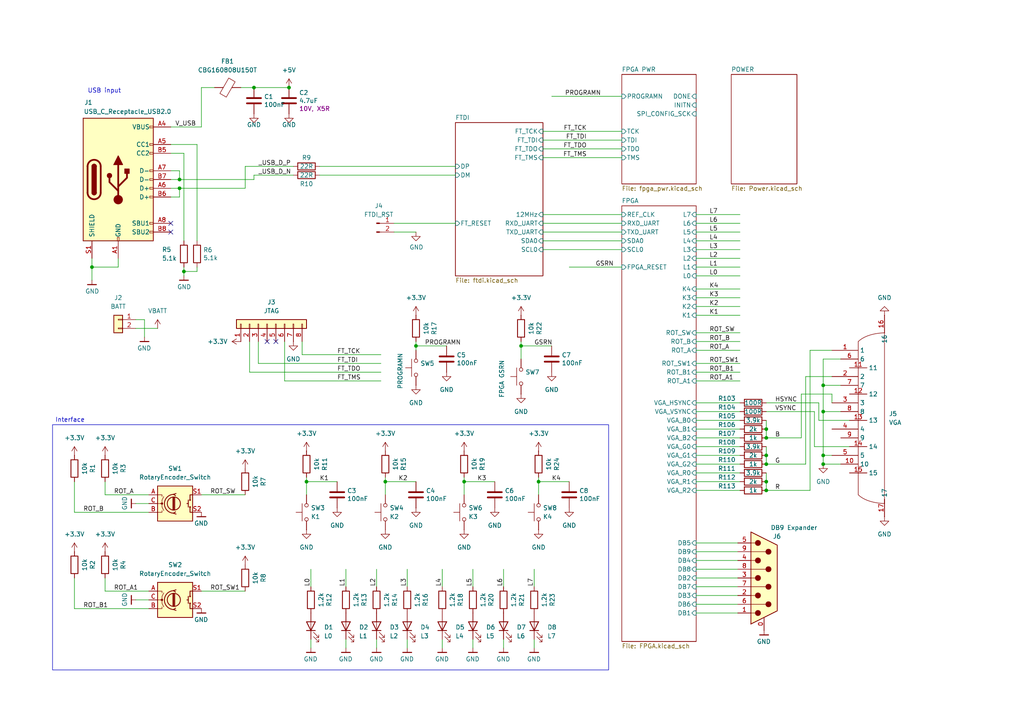
<source format=kicad_sch>
(kicad_sch (version 20250114) (generator "eeschema") (generator_version "9.0")
  (paper "A4")
  (title_block (title "FPGALER ") (date "2026-01-17") (rev "0") (comment 1 "Ing. Daniele Basile") (comment 2 "asterix24@gmail.com"))
  (rectangle (start 15.24 123.19) (end 176.53 194.31))
  (text "Interface" (at 20.32 121.92 0) (effects (font (size 1.27 1.27))))
  (text "USB input" (at 25.4 27.178 0) (effects (font (size 1.27 1.27)) (justify left bottom)))
  (junction (at 88.9 139.7))
  (junction (at 134.62 139.7))
  (junction (at 151.13 100.33))
  (junction (at 222.25 127))
  (junction (at 120.65 100.33))
  (junction (at 52.07 54.61))
  (junction (at 238.76 111.76))
  (junction (at 156.21 139.7))
  (junction (at 222.25 132.08))
  (junction (at 222.25 139.7))
  (junction (at 111.76 139.7))
  (junction (at 222.25 134.62))
  (junction (at 222.25 124.46))
  (junction (at 222.25 142.24))
  (junction (at 238.76 119.38))
  (junction (at 238.76 132.08))
  (junction (at 26.67 77.47))
  (junction (at 83.82 25.4))
  (junction (at 73.66 25.4))
  (junction (at 238.76 134.62))
  (junction (at 52.07 52.07))
  (junction (at 53.34 78.74))
  (no_connect (at 49.53 67.31))
  (no_connect (at 77.47 99.06))
  (no_connect (at 49.53 64.77))
  (no_connect (at 80.01 99.06))
  (wire (pts (xy 111.76 139.7) (xy 120.65 139.7)))
  (wire (pts (xy 201.93 72.39) (xy 214.63 72.39)))
  (wire (pts (xy 201.93 62.23) (xy 214.63 62.23)))
  (wire (pts (xy 72.39 107.95) (xy 110.49 107.95)))
  (wire (pts (xy 137.16 187.96) (xy 137.16 185.42)))
  (wire (pts (xy 90.17 165.1) (xy 90.17 170.18)))
  (wire (pts (xy 222.25 139.7) (xy 222.25 142.24)))
  (wire (pts (xy 201.93 167.64) (xy 213.995 167.64)))
  (wire (pts (xy 41.91 92.71) (xy 39.37 92.71)))
  (wire (pts (xy 201.93 134.62) (xy 214.63 134.62)))
  (wire (pts (xy 58.42 171.45) (xy 71.12 171.45)))
  (wire (pts (xy 201.93 91.44) (xy 214.63 91.44)))
  (wire (pts (xy 134.62 143.51) (xy 134.62 139.7)))
  (wire (pts (xy 52.07 49.53) (xy 52.07 52.07)))
  (wire (pts (xy 57.15 41.91) (xy 57.15 69.85)))
  (wire (pts (xy 49.53 36.83) (xy 58.42 36.83)))
  (wire (pts (xy 87.63 102.87) (xy 110.49 102.87)))
  (wire (pts (xy 21.59 148.59) (xy 43.18 148.59)))
  (wire (pts (xy 26.67 77.47) (xy 26.67 81.28)))
  (wire (pts (xy 146.05 165.1) (xy 146.05 170.18)))
  (wire (pts (xy 53.34 78.74) (xy 53.34 80.01)))
  (wire (pts (xy 146.05 187.96) (xy 146.05 185.42)))
  (wire (pts (xy 201.93 124.46) (xy 214.63 124.46)))
  (wire (pts (xy 111.76 139.7) (xy 111.76 138.43)))
  (wire (pts (xy 52.07 57.15) (xy 52.07 54.61)))
  (wire (pts (xy 88.9 143.51) (xy 88.9 139.7)))
  (wire (pts (xy 201.93 77.47) (xy 214.63 77.47)))
  (wire (pts (xy 39.37 146.05) (xy 43.18 146.05)))
  (wire (pts (xy 92.71 48.26) (xy 132.08 48.26)))
  (wire (pts (xy 73.66 52.07) (xy 52.07 52.07)))
  (wire (pts (xy 238.76 104.14) (xy 238.76 111.76)))
  (wire (pts (xy 88.9 139.7) (xy 88.9 138.43)))
  (wire (pts (xy 49.53 57.15) (xy 52.07 57.15)))
  (wire (pts (xy 201.93 162.56) (xy 213.995 162.56)))
  (wire (pts (xy 201.93 88.9) (xy 214.63 88.9)))
  (wire (pts (xy 201.93 105.41) (xy 214.63 105.41)))
  (wire (pts (xy 241.3 109.22) (xy 233.68 109.22)))
  (wire (pts (xy 238.76 134.62) (xy 238.76 132.08)))
  (wire (pts (xy 222.25 127) (xy 232.41 127)))
  (wire (pts (xy 49.53 41.91) (xy 57.15 41.91)))
  (wire (pts (xy 118.11 165.1) (xy 118.11 170.18)))
  (wire (pts (xy 21.59 139.7) (xy 21.59 148.59)))
  (wire (pts (xy 180.34 40.64) (xy 157.48 40.64)))
  (wire (pts (xy 87.63 99.06) (xy 87.63 102.87)))
  (wire (pts (xy 241.3 114.3) (xy 241.3 116.84)))
  (wire (pts (xy 49.53 49.53) (xy 52.07 49.53)))
  (wire (pts (xy 222.25 119.38) (xy 236.22 119.38)))
  (wire (pts (xy 234.95 142.24) (xy 234.95 101.6)))
  (wire (pts (xy 238.76 111.76) (xy 243.84 111.76)))
  (wire (pts (xy 71.12 54.61) (xy 71.12 48.26)))
  (wire (pts (xy 72.39 99.06) (xy 72.39 107.95)))
  (wire (pts (xy 58.42 143.51) (xy 71.12 143.51)))
  (wire (pts (xy 201.93 116.84) (xy 214.63 116.84)))
  (wire (pts (xy 34.29 77.47) (xy 26.67 77.47)))
  (wire (pts (xy 201.93 67.31) (xy 214.63 67.31)))
  (wire (pts (xy 69.85 25.4) (xy 73.66 25.4)))
  (wire (pts (xy 201.93 96.52) (xy 214.63 96.52)))
  (wire (pts (xy 39.37 173.99) (xy 43.18 173.99)))
  (wire (pts (xy 246.38 121.92) (xy 237.49 121.92)))
  (wire (pts (xy 232.41 114.3) (xy 241.3 114.3)))
  (wire (pts (xy 165.1 77.47) (xy 180.34 77.47)))
  (wire (pts (xy 53.34 44.45) (xy 53.34 69.85)))
  (wire (pts (xy 151.13 100.33) (xy 160.02 100.33)))
  (wire (pts (xy 154.94 187.96) (xy 154.94 185.42)))
  (wire (pts (xy 100.33 165.1) (xy 100.33 170.18)))
  (wire (pts (xy 30.48 139.7) (xy 30.48 143.51)))
  (wire (pts (xy 120.65 100.33) (xy 120.65 99.06)))
  (wire (pts (xy 156.21 139.7) (xy 156.21 138.43)))
  (wire (pts (xy 201.93 64.77) (xy 214.63 64.77)))
  (wire (pts (xy 201.93 83.82) (xy 214.63 83.82)))
  (wire (pts (xy 134.62 139.7) (xy 134.62 138.43)))
  (wire (pts (xy 134.62 139.7) (xy 143.51 139.7)))
  (wire (pts (xy 201.93 119.38) (xy 214.63 119.38)))
  (wire (pts (xy 201.93 137.16) (xy 214.63 137.16)))
  (wire (pts (xy 201.93 160.02) (xy 213.995 160.02)))
  (wire (pts (xy 34.29 74.93) (xy 34.29 77.47)))
  (wire (pts (xy 111.76 143.51) (xy 111.76 139.7)))
  (wire (pts (xy 58.42 25.4) (xy 62.23 25.4)))
  (wire (pts (xy 114.3 64.77) (xy 132.08 64.77)))
  (wire (pts (xy 222.25 124.46) (xy 222.25 127)))
  (wire (pts (xy 26.67 74.93) (xy 26.67 77.47)))
  (wire (pts (xy 222.25 129.54) (xy 222.25 132.08)))
  (wire (pts (xy 128.27 165.1) (xy 128.27 170.18)))
  (wire (pts (xy 156.21 139.7) (xy 165.1 139.7)))
  (wire (pts (xy 114.3 67.31) (xy 120.65 67.31)))
  (wire (pts (xy 52.07 54.61) (xy 71.12 54.61)))
  (wire (pts (xy 154.94 165.1) (xy 154.94 170.18)))
  (wire (pts (xy 201.93 127) (xy 214.63 127)))
  (wire (pts (xy 201.93 177.8) (xy 213.995 177.8)))
  (wire (pts (xy 110.49 110.49) (xy 82.55 110.49)))
  (wire (pts (xy 243.84 134.62) (xy 238.76 134.62)))
  (wire (pts (xy 237.49 121.92) (xy 237.49 116.84)))
  (wire (pts (xy 30.48 167.64) (xy 30.48 171.45)))
  (wire (pts (xy 73.66 50.8) (xy 73.66 52.07)))
  (wire (pts (xy 201.93 172.72) (xy 213.995 172.72)))
  (wire (pts (xy 241.3 132.08) (xy 238.76 132.08)))
  (wire (pts (xy 82.55 99.06) (xy 82.55 110.49)))
  (wire (pts (xy 120.65 100.33) (xy 129.54 100.33)))
  (wire (pts (xy 180.34 62.23) (xy 157.48 62.23)))
  (wire (pts (xy 180.34 72.39) (xy 157.48 72.39)))
  (wire (pts (xy 180.34 67.31) (xy 157.48 67.31)))
  (wire (pts (xy 238.76 132.08) (xy 238.76 119.38)))
  (wire (pts (xy 201.93 101.6) (xy 214.63 101.6)))
  (wire (pts (xy 151.13 100.33) (xy 151.13 99.06)))
  (wire (pts (xy 201.93 157.48) (xy 213.995 157.48)))
  (wire (pts (xy 109.22 165.1) (xy 109.22 170.18)))
  (wire (pts (xy 74.93 99.06) (xy 74.93 105.41)))
  (wire (pts (xy 49.53 52.07) (xy 52.07 52.07)))
  (wire (pts (xy 58.42 36.83) (xy 58.42 25.4)))
  (wire (pts (xy 201.93 121.92) (xy 214.63 121.92)))
  (wire (pts (xy 201.93 165.1) (xy 213.995 165.1)))
  (wire (pts (xy 222.25 137.16) (xy 222.25 139.7)))
  (wire (pts (xy 222.25 134.62) (xy 233.68 134.62)))
  (wire (pts (xy 201.93 110.49) (xy 214.63 110.49)))
  (wire (pts (xy 233.68 109.22) (xy 233.68 134.62)))
  (wire (pts (xy 201.93 175.26) (xy 213.995 175.26)))
  (wire (pts (xy 88.9 139.7) (xy 97.79 139.7)))
  (wire (pts (xy 222.25 142.24) (xy 234.95 142.24)))
  (wire (pts (xy 57.15 77.47) (xy 57.15 78.74)))
  (wire (pts (xy 49.53 44.45) (xy 53.34 44.45)))
  (wire (pts (xy 73.66 50.8) (xy 85.09 50.8)))
  (wire (pts (xy 201.93 99.06) (xy 214.63 99.06)))
  (wire (pts (xy 53.34 77.47) (xy 53.34 78.74)))
  (wire (pts (xy 151.13 104.14) (xy 151.13 100.33)))
  (wire (pts (xy 246.38 129.54) (xy 236.22 129.54)))
  (wire (pts (xy 201.93 86.36) (xy 214.63 86.36)))
  (wire (pts (xy 45.72 95.25) (xy 39.37 95.25)))
  (wire (pts (xy 238.76 119.38) (xy 243.84 119.38)))
  (wire (pts (xy 74.93 105.41) (xy 110.49 105.41)))
  (wire (pts (xy 137.16 165.1) (xy 137.16 170.18)))
  (wire (pts (xy 238.76 111.76) (xy 238.76 119.38)))
  (wire (pts (xy 201.93 80.01) (xy 214.63 80.01)))
  (wire (pts (xy 71.12 48.26) (xy 85.09 48.26)))
  (wire (pts (xy 180.34 43.18) (xy 157.48 43.18)))
  (wire (pts (xy 232.41 127) (xy 232.41 114.3)))
  (wire (pts (xy 21.59 176.53) (xy 43.18 176.53)))
  (wire (pts (xy 49.53 54.61) (xy 52.07 54.61)))
  (wire (pts (xy 201.93 107.95) (xy 214.63 107.95)))
  (wire (pts (xy 201.93 132.08) (xy 214.63 132.08)))
  (wire (pts (xy 57.15 78.74) (xy 53.34 78.74)))
  (wire (pts (xy 41.91 92.71) (xy 41.91 97.79)))
  (wire (pts (xy 222.25 121.92) (xy 222.25 124.46)))
  (wire (pts (xy 92.71 50.8) (xy 132.08 50.8)))
  (wire (pts (xy 201.93 142.24) (xy 214.63 142.24)))
  (wire (pts (xy 73.66 25.4) (xy 83.82 25.4)))
  (wire (pts (xy 160.02 27.94) (xy 180.34 27.94)))
  (wire (pts (xy 201.93 74.93) (xy 214.63 74.93)))
  (wire (pts (xy 128.27 187.96) (xy 128.27 185.42)))
  (wire (pts (xy 222.25 132.08) (xy 222.25 134.62)))
  (wire (pts (xy 201.93 139.7) (xy 214.63 139.7)))
  (wire (pts (xy 201.93 170.18) (xy 213.995 170.18)))
  (wire (pts (xy 201.93 129.54) (xy 214.63 129.54)))
  (wire (pts (xy 156.21 143.51) (xy 156.21 139.7)))
  (wire (pts (xy 100.33 187.96) (xy 100.33 185.42)))
  (wire (pts (xy 120.65 101.6) (xy 120.65 100.33)))
  (wire (pts (xy 236.22 129.54) (xy 236.22 119.38)))
  (wire (pts (xy 30.48 171.45) (xy 43.18 171.45)))
  (wire (pts (xy 180.34 45.72) (xy 157.48 45.72)))
  (wire (pts (xy 201.93 69.85) (xy 214.63 69.85)))
  (wire (pts (xy 180.34 69.85) (xy 157.48 69.85)))
  (wire (pts (xy 118.11 187.96) (xy 118.11 185.42)))
  (wire (pts (xy 90.17 187.96) (xy 90.17 185.42)))
  (wire (pts (xy 30.48 143.51) (xy 43.18 143.51)))
  (wire (pts (xy 234.95 101.6) (xy 241.3 101.6)))
  (wire (pts (xy 21.59 167.64) (xy 21.59 176.53)))
  (wire (pts (xy 222.25 116.84) (xy 237.49 116.84)))
  (wire (pts (xy 180.34 64.77) (xy 157.48 64.77)))
  (wire (pts (xy 109.22 187.96) (xy 109.22 185.42)))
  (wire (pts (xy 243.84 104.14) (xy 238.76 104.14)))
  (wire (pts (xy 180.34 38.1) (xy 157.48 38.1)))
  (label "V_USB" (at 50.8 36.83 0))
  (label "ROT_B1" (at 205.74 107.95 0))
  (label "FT_TMS" (at 97.79 110.49 0))
  (label "ROT_B" (at 205.74 99.06 0))
  (label "FT_TCK" (at 97.79 102.87 0))
  (label "K4" (at 160.02 139.7 0))
  (label "K3" (at 205.74 86.36 0))
  (label "L6" (at 205.74 64.77 0))
  (label "L4" (at 128.27 167.64 270))
  (label "FT_TDO" (at 97.79 107.95 0))
  (label "L5" (at 205.74 67.31 0))
  (label "L6" (at 146.05 167.64 270))
  (label "FT_TDO" (at 170.18 43.18 180))
  (label "ROT_A" (at 205.74 101.6 0))
  (label "K1" (at 205.74 91.44 0))
  (label "ROT_SW1" (at 60.96 171.45 0))
  (label "K4" (at 205.74 83.82 0))
  (label "ROT_A" (at 33.02 143.51 0))
  (label "K3" (at 138.43 139.7 0))
  (label "L1" (at 100.33 167.64 270))
  (label "PROGRAMN" (at 123.19 100.33 0))
  (label "ROT_A1" (at 205.74 110.49 0))
  (label "L2" (at 205.74 74.93 0))
  (label "ROT_SW" (at 205.74 96.52 0))
  (label "VSYNC" (at 224.79 119.38 0))
  (label "ROT_A1" (at 33.02 171.45 0))
  (label "R" (at 224.79 142.24 0))
  (label "FT_TDI" (at 97.79 105.41 0))
  (label "ROT_SW1" (at 205.74 105.41 0))
  (label "L2" (at 109.22 167.64 270))
  (label "K1" (at 92.71 139.7 0))
  (label "L4" (at 205.74 69.85 0))
  (label "GSRN" (at 154.94 100.33 0))
  (label "K2" (at 205.74 88.9 0))
  (label "_USB_D_N" (at 74.93 50.8 0))
  (label "HSYNC" (at 224.79 116.84 0))
  (label "L3" (at 118.11 167.64 270))
  (label "PROGRAMN" (at 163.83 27.94 0))
  (label "L5" (at 137.16 167.64 270))
  (label "ROT_SW" (at 60.96 143.51 0))
  (label "K2" (at 115.57 139.7 0))
  (label "FT_TDI" (at 170.18 40.64 180))
  (label "GSRN" (at 172.72 77.47 0))
  (label "G" (at 224.79 134.62 0))
  (label "L7" (at 154.94 167.64 270))
  (label "ROT_B" (at 24.13 148.59 0))
  (label "L0" (at 90.17 167.64 270))
  (label "L7" (at 205.74 62.23 0))
  (label "L0" (at 205.74 80.01 0))
  (label "ROT_B1" (at 24.13 176.53 0))
  (label "L1" (at 205.74 77.47 0))
  (label "FT_TMS" (at 170.18 45.72 180))
  (label "B" (at 224.79 127 0))
  (label "L3" (at 205.74 72.39 0))
  (label "_USB_D_P" (at 74.93 48.26 0))
  (label "FT_TCK" (at 170.18 38.1 180))
  (symbol (lib_name "GND_2") (lib_id "gkl_power:GND") (at 41.91 97.79 0) (mirror y) (unit 1)
    (property "Reference" "#PWR08" (effects (hide yes)))
    (property "Value" "GND" (at 41.8338 100.9904 0))
  )
  (symbol (lib_id "gkl_power:GND") (at 26.67 81.28 0) (unit 1)
    (property "Reference" "#PWR03" (effects (hide yes)))
    (property "Value" "GND" (at 26.7462 84.4804 0))
  )
  (symbol (lib_id "Device:C") (at 83.82 29.21 0) (unit 1)
    (property "Reference" "C2" (at 86.741 26.8986 0) (effects (justify left)))
    (property "Value" "4.7uF" (at 86.741 29.21 0) (effects (justify left)))
    (property "Footprint" "Capacitor_SMD:C_0805_2012Metric" (effects (hide yes)))
    (property "Info" "10V, X5R" (at 86.741 31.5214 0) (effects (justify left)))
    (property "Mfg" "Murata Electronics North America" (effects (hide yes)))
    (property "PN" "GRM155R61A475MEAAD" (effects (hide yes)))
    (property "Mfg_1" "YAGEO" (effects (hide yes)))
    (property "PN_1" "CC0402KRX5R6BB475" (effects (hide yes)))
  )
  (symbol (lib_id "Device:R") (at 88.9 48.26 90) (unit 1)
    (property "Reference" "R9" (at 88.9 45.72 90))
    (property "Value" "22R" (at 88.9 48.26 90))
    (property "Footprint" "Resistor_SMD:R_0603_1608Metric" (effects (hide yes)))
    (property "Mfg" "‎Yageo‎" (effects (hide yes)))
    (property "PN" "RC0201FR-0720RL" (effects (hide yes)))
    (property "Mfg_1" "UNI-ROYAL(Uniroyal Elec)" (effects (hide yes)))
    (property "PN_1" "0201WMF200JTCE" (effects (hide yes)))
  )
  (symbol (lib_id "Device:R") (at 88.9 50.8 270) (unit 1)
    (property "Reference" "R10" (at 88.9 53.34 90))
    (property "Value" "22R" (at 88.9 50.8 90))
    (property "Footprint" "Resistor_SMD:R_0603_1608Metric" (effects (hide yes)))
    (property "Mfg" "‎Yageo‎" (effects (hide yes)))
    (property "PN" "RC0201FR-0720RL" (effects (hide yes)))
    (property "Mfg_1" "UNI-ROYAL(Uniroyal Elec)" (effects (hide yes)))
    (property "PN_1" "0201WMF200JTCE" (effects (hide yes)))
  )
  (symbol (lib_id "UPduino_v3.0:power_GND") (at 73.66 33.02 0) (unit 1)
    (property "Reference" "#PWR016" (effects (hide yes)))
    (property "Value" "GND" (at 73.66 36.195 0))
  )
  (symbol (lib_id "Connector:USB_C_Receptacle_USB2.0") (at 34.29 52.07 0) (unit 1)
    (property "Reference" "J1" (at 25.654 29.718 0))
    (property "Value" "USB_C_Receptacle_USB2.0" (at 37.0078 32.3596 0))
    (property "Footprint" "Connector_USB:USB_C_Receptacle_HRO_TYPE-C-31-M-12" (effects (hide yes)))
    (property "Datasheet" "https://www.usb.org/sites/default/files/documents/usb_type-c.zip" (effects (hide yes)))
    (property "Mfg_1" "Jing Extension of the Electronic Co." (effects (hide yes)))
    (property "PN_1" "C167321" (effects (hide yes)))
    (property "Mfg" "GCT" (effects (hide yes)))
    (property "PN" "USB4105-GF-A" (effects (hide yes)))
  )
  (symbol (lib_id "Device:R") (at 53.34 73.66 0) (unit 1)
    (property "Reference" "R5" (at 46.99 72.39 0) (effects (justify left)))
    (property "Value" "5.1k" (at 46.99 74.93 0) (effects (justify left)))
    (property "Footprint" "Resistor_SMD:R_0603_1608Metric" (effects (hide yes)))
    (property "Mfg" "‎Yageo‎" (effects (hide yes)))
    (property "PN" "RC0201FR-075K1L" (effects (hide yes)))
    (property "Mfg_1" "UNI-ROYAL(Uniroyal Elec)" (effects (hide yes)))
    (property "PN_1" "0201WMF5101TCE" (effects (hide yes)))
  )
  (symbol (lib_id "Device:R") (at 57.15 73.66 0) (unit 1)
    (property "Reference" "R6" (at 58.928 72.4916 0) (effects (justify left)))
    (property "Value" "5.1k" (at 58.928 74.803 0) (effects (justify left)))
    (property "Footprint" "Resistor_SMD:R_0603_1608Metric" (effects (hide yes)))
    (property "Mfg" "‎Yageo‎" (effects (hide yes)))
    (property "PN" "RC0201FR-075K1L" (effects (hide yes)))
    (property "Mfg_1" "UNI-ROYAL(Uniroyal Elec)" (effects (hide yes)))
    (property "PN_1" "0201WMF5101TCE" (effects (hide yes)))
  )
  (symbol (lib_name "GND_4") (lib_id "gkl_power:GND") (at 53.34 80.01 0) (unit 1)
    (property "Reference" "#PWR010" (effects (hide yes)))
    (property "Value" "GND" (at 53.4162 83.2104 0))
  )
  (symbol (lib_name "GND_1") (lib_id "gkl_power:GND") (at 58.42 176.53 0) (mirror y) (unit 1)
    (property "Reference" "#PWR012" (effects (hide yes)))
    (property "Value" "GND" (at 58.3438 179.7304 0))
  )
  (symbol (lib_id "Device:LED") (at 118.11 181.61 90) (unit 1)
    (property "Reference" "D4" (at 121.92 181.9274 90) (effects (justify right)))
    (property "Value" "L3" (at 121.92 184.4674 90) (effects (justify right)))
    (property "Footprint" "Diode_SMD:D_0603_1608Metric" (effects (hide yes)))
    (property "Description" "Light emitting diode" (effects (hide yes)))
    (property "Sim.Pins" "1=K 2=A" (effects (hide yes)))
  )
  (symbol (lib_id "Connector_Generic:Conn_01x02") (at 34.29 92.71 0) (mirror y) (unit 1)
    (property "Reference" "J2" (at 34.29 86.36 0))
    (property "Value" "BATT" (at 34.29 88.9 0))
    (property "Footprint" "Connector_JST:JST_PH_S2B-PH-K_1x02_P2.00mm_Horizontal" (effects (hide yes)))
    (property "Description" "Generic connector, single row, 01x02, script generated (kicad-library-utils/schlib/autogen/connector/)" (effects (hide yes)))
  )
  (symbol (lib_id "Device:R") (at 21.59 163.83 0) (unit 1)
    (property "Reference" "R2" (at 26.8478 163.83 90))
    (property "Value" "10k" (at 24.5364 163.83 90))
    (property "Footprint" "Resistor_SMD:R_0603_1608Metric" (effects (hide yes)))
    (property "Mfg" "‎Yageo‎" (effects (hide yes)))
    (property "PN" "RC0201FR-0720RL" (effects (hide yes)))
    (property "Mfg_1" "UNI-ROYAL(Uniroyal Elec)" (effects (hide yes)))
    (property "PN_1" "0201WMF200JTCE" (effects (hide yes)))
  )
  (symbol (lib_id "power:GND") (at 111.76 153.67 0) (unit 1)
    (property "Reference" "#PWR027" (effects (hide yes)))
    (property "Value" "GND" (at 111.76 158.75 0))
    (property "Description" "Power symbol creates a global label with name \"GND\" , ground" (effects (hide yes)))
  )
  (symbol (lib_id "EasyEDA_Lib:HYC06-HDR15B-060") (at 251.46 119.38 0) (unit 1)
    (property "Reference" "J5" (at 257.81 120.0149 0) (effects (justify left)))
    (property "Value" "VGA" (at 257.81 122.5549 0) (effects (justify left)))
    (property "Footprint" "EasyEDA_Lib:DSUB-TH_HYC06-HDR15B-060" (effects (hide yes)))
    (property "Datasheet" "https://item.szlcsc.com/datasheet/HYC06-HDR15B-060/750259.html" (effects (hide yes)))
    (property "Description" "Connector Type:High Density D-Sub Gender:Female Number of Pins:15P Mounting Type:Right Angle Number of Rows:3 Current Rating-Signal:3A Current Rating-Power:- Voltage Rating:100V Color:Blue Operating Temperature:-25°C~+70°C Operating Temperature:-25°C~+70°C" (effects (hide yes)))
    (property "Manufacturer Part" "HYC06-HDR15B-060" (effects (hide yes)))
    (property "Manufacturer" "华宇创" (effects (hide yes)))
    (property "Supplier Part" "C711364" (effects (hide yes)))
    (property "Supplier" "LCSC" (effects (hide yes)))
    (property "LCSC Part Name" "高密度D-Sub 母 P数:15P" (effects (hide yes)))
  )
  (symbol (lib_id "Device:R") (at 218.44 121.92 90) (unit 1)
    (property "Reference" "R105" (at 210.82 120.65 90))
    (property "Value" "3.9k" (at 218.44 121.92 90))
    (property "Footprint" "Resistor_SMD:R_0603_1608Metric" (effects (hide yes)))
    (property "Mfg" "‎Yageo‎" (effects (hide yes)))
    (property "PN" "RC0201FR-0720RL" (effects (hide yes)))
    (property "Mfg_1" "UNI-ROYAL(Uniroyal Elec)" (effects (hide yes)))
    (property "PN_1" "0201WMF200JTCE" (effects (hide yes)))
  )
  (symbol (lib_name "GND_1") (lib_id "gkl_power:GND") (at 118.11 187.96 0) (mirror y) (unit 1)
    (property "Reference" "#PWR028" (effects (hide yes)))
    (property "Value" "GND" (at 118.0338 191.1604 0))
  )
  (symbol (lib_id "Device:R") (at 134.62 134.62 0) (unit 1)
    (property "Reference" "R19" (at 139.8778 134.62 90))
    (property "Value" "10k" (at 137.5664 134.62 90))
    (property "Footprint" "Resistor_SMD:R_0603_1608Metric" (effects (hide yes)))
    (property "Mfg" "‎Yageo‎" (effects (hide yes)))
    (property "PN" "RC0201FR-0720RL" (effects (hide yes)))
    (property "Mfg_1" "UNI-ROYAL(Uniroyal Elec)" (effects (hide yes)))
    (property "PN_1" "0201WMF200JTCE" (effects (hide yes)))
  )
  (symbol (lib_id "power:GND") (at 256.54 91.44 180) (unit 1)
    (property "Reference" "#PWR0142" (effects (hide yes)))
    (property "Value" "GND" (at 256.54 86.36 0))
    (property "Description" "Power symbol creates a global label with name \"GND\" , ground" (effects (hide yes)))
  )
  (symbol (lib_id "Device:FerriteBead") (at 66.04 25.4 90) (unit 1)
    (property "Reference" "FB1" (at 65.9892 17.78 90))
    (property "Value" "CBG160808U150T" (at 65.9892 20.32 90))
    (property "Footprint" "Inductor_SMD:L_0603_1608Metric" (effects (hide yes)))
    (property "Description" "Ferrite bead" (effects (hide yes)))
  )
  (symbol (lib_id "power:+3.3V") (at 156.21 130.81 0) (unit 1)
    (property "Reference" "#PWR043" (effects (hide yes)))
    (property "Value" "+3.3V" (at 156.21 125.73 0))
    (property "Description" "Power symbol creates a global label with name \"+3.3V\"" (effects (hide yes)))
  )
  (symbol (lib_id "Device:R") (at 218.44 116.84 90) (unit 1)
    (property "Reference" "R103" (at 210.82 115.57 90))
    (property "Value" "100R" (at 218.44 116.84 90))
    (property "Footprint" "Resistor_SMD:R_0603_1608Metric" (effects (hide yes)))
    (property "Mfg" "‎Yageo‎" (effects (hide yes)))
    (property "PN" "RC0201FR-0720RL" (effects (hide yes)))
    (property "Mfg_1" "UNI-ROYAL(Uniroyal Elec)" (effects (hide yes)))
    (property "PN_1" "0201WMF200JTCE" (effects (hide yes)))
  )
  (symbol (lib_id "Device:R") (at 120.65 95.25 0) (unit 1)
    (property "Reference" "R17" (at 125.9078 95.25 90))
    (property "Value" "10k" (at 123.5964 95.25 90))
    (property "Footprint" "Resistor_SMD:R_0603_1608Metric" (effects (hide yes)))
    (property "Mfg" "‎Yageo‎" (effects (hide yes)))
    (property "PN" "RC0201FR-0720RL" (effects (hide yes)))
    (property "Mfg_1" "UNI-ROYAL(Uniroyal Elec)" (effects (hide yes)))
    (property "PN_1" "0201WMF200JTCE" (effects (hide yes)))
  )
  (symbol (lib_id "Device:R") (at 71.12 167.64 0) (unit 1)
    (property "Reference" "R8" (at 76.3778 167.64 90))
    (property "Value" "10k" (at 74.0664 167.64 90))
    (property "Footprint" "Resistor_SMD:R_0603_1608Metric" (effects (hide yes)))
    (property "Mfg" "‎Yageo‎" (effects (hide yes)))
    (property "PN" "RC0201FR-0720RL" (effects (hide yes)))
    (property "Mfg_1" "UNI-ROYAL(Uniroyal Elec)" (effects (hide yes)))
    (property "PN_1" "0201WMF200JTCE" (effects (hide yes)))
  )
  (symbol (lib_id "UPduino_v3.0:Device_C") (at 73.66 29.21 0) (unit 1)
    (property "Reference" "C1" (at 76.581 28.0416 0) (effects (justify left)))
    (property "Value" "100nF" (at 76.581 30.353 0) (effects (justify left)))
    (property "Footprint" "Capacitor_SMD:C_0603_1608Metric" (effects (hide yes)))
  )
  (symbol (lib_id "Device:R") (at 156.21 134.62 0) (unit 1)
    (property "Reference" "R24" (at 161.4678 134.62 90))
    (property "Value" "10k" (at 159.1564 134.62 90))
    (property "Footprint" "Resistor_SMD:R_0603_1608Metric" (effects (hide yes)))
    (property "Mfg" "‎Yageo‎" (effects (hide yes)))
    (property "PN" "RC0201FR-0720RL" (effects (hide yes)))
    (property "Mfg_1" "UNI-ROYAL(Uniroyal Elec)" (effects (hide yes)))
    (property "PN_1" "0201WMF200JTCE" (effects (hide yes)))
  )
  (symbol (lib_id "Device:R") (at 100.33 173.99 0) (unit 1)
    (property "Reference" "R13" (at 105.5878 173.99 90))
    (property "Value" "1.2k" (at 103.2764 173.99 90))
    (property "Footprint" "Resistor_SMD:R_0603_1608Metric" (effects (hide yes)))
    (property "Mfg" "‎Yageo‎" (effects (hide yes)))
    (property "PN" "RC0201FR-0720RL" (effects (hide yes)))
    (property "Mfg_1" "UNI-ROYAL(Uniroyal Elec)" (effects (hide yes)))
    (property "PN_1" "0201WMF200JTCE" (effects (hide yes)))
  )
  (symbol (lib_id "Device:R") (at 111.76 134.62 0) (unit 1)
    (property "Reference" "R15" (at 117.0178 134.62 90))
    (property "Value" "10k" (at 114.7064 134.62 90))
    (property "Footprint" "Resistor_SMD:R_0603_1608Metric" (effects (hide yes)))
    (property "Mfg" "‎Yageo‎" (effects (hide yes)))
    (property "PN" "RC0201FR-0720RL" (effects (hide yes)))
    (property "Mfg_1" "UNI-ROYAL(Uniroyal Elec)" (effects (hide yes)))
    (property "PN_1" "0201WMF200JTCE" (effects (hide yes)))
  )
  (symbol (lib_name "GND_1") (lib_id "gkl_power:GND") (at 221.615 182.88 0) (mirror y) (unit 1)
    (property "Reference" "#PWR0146" (effects (hide yes)))
    (property "Value" "GND" (at 221.5388 186.0804 0))
  )
  (symbol (lib_id "power:+3.3V") (at 21.59 132.08 0) (unit 1)
    (property "Reference" "#PWR01" (effects (hide yes)))
    (property "Value" "+3.3V" (at 21.59 127 0))
    (property "Description" "Power symbol creates a global label with name \"+3.3V\"" (effects (hide yes)))
  )
  (symbol (lib_id "power:GND") (at 165.1 147.32 0) (unit 1)
    (property "Reference" "#PWR046" (effects (hide yes)))
    (property "Value" "GND" (at 165.1 152.4 0))
    (property "Description" "Power symbol creates a global label with name \"GND\" , ground" (effects (hide yes)))
  )
  (symbol (lib_id "Device:RotaryEncoder_Switch") (at 50.8 146.05 0) (unit 1)
    (property "Reference" "SW1" (at 50.8 135.89 0))
    (property "Value" "RotaryEncoder_Switch" (at 50.8 138.43 0))
    (property "Footprint" "Rotary_Encoder:RotaryEncoder_Alps_EC11E-Switch_Vertical_H20mm_CircularMountingHoles" (effects (hide yes)))
    (property "Description" "Rotary encoder, dual channel, incremental quadrate outputs, with switch" (effects (hide yes)))
  )
  (symbol (lib_id "Device:R") (at 154.94 173.99 0) (unit 1)
    (property "Reference" "R23" (at 160.1978 173.99 90))
    (property "Value" "1.2k" (at 157.8864 173.99 90))
    (property "Footprint" "Resistor_SMD:R_0603_1608Metric" (effects (hide yes)))
    (property "Mfg" "‎Yageo‎" (effects (hide yes)))
    (property "PN" "RC0201FR-0720RL" (effects (hide yes)))
    (property "Mfg_1" "UNI-ROYAL(Uniroyal Elec)" (effects (hide yes)))
    (property "PN_1" "0201WMF200JTCE" (effects (hide yes)))
  )
  (symbol (lib_id "UPduino_v3.0:power_GND") (at 120.65 67.31 0) (unit 1)
    (property "Reference" "#PWR029" (effects (hide yes)))
    (property "Value" "GND" (at 120.777 71.7042 0))
  )
  (symbol (lib_id "Device:C") (at 97.79 143.51 180) (unit 1)
    (property "Reference" "C3" (at 100.6856 142.3416 0) (effects (justify right)))
    (property "Value" "100nF" (at 100.6856 144.653 0) (effects (justify right)))
    (property "Footprint" "Capacitor_SMD:C_0603_1608Metric" (effects (hide yes)))
    (property "Mfg" "Samsung Electro-Mechanics" (effects (hide yes)))
    (property "PN" "CL03A104KQ3NNNC" (effects (hide yes)))
    (property "Mfg_1" "YAGEO" (effects (hide yes)))
    (property "PN_1" "CC0201KRX5R7BB104" (effects (hide yes)))
  )
  (symbol (lib_id "power:+3.3V") (at 120.65 91.44 0) (unit 1)
    (property "Reference" "#PWR030" (effects (hide yes)))
    (property "Value" "+3.3V" (at 120.65 86.36 0))
    (property "Description" "Power symbol creates a global label with name \"+3.3V\"" (effects (hide yes)))
  )
  (symbol (lib_id "UPduino_v3.0:power_GND") (at 83.82 33.02 0) (unit 1)
    (property "Reference" "#PWR018" (effects (hide yes)))
    (property "Value" "GND" (at 83.82 36.195 0))
  )
  (symbol (lib_id "Device:R") (at 218.44 127 90) (unit 1)
    (property "Reference" "R107" (at 210.82 125.73 90))
    (property "Value" "1k" (at 218.44 127 90))
    (property "Footprint" "Resistor_SMD:R_0603_1608Metric" (effects (hide yes)))
    (property "Mfg" "‎Yageo‎" (effects (hide yes)))
    (property "PN" "RC0201FR-0720RL" (effects (hide yes)))
    (property "Mfg_1" "UNI-ROYAL(Uniroyal Elec)" (effects (hide yes)))
    (property "PN_1" "0201WMF200JTCE" (effects (hide yes)))
  )
  (symbol (lib_id "Device:R") (at 30.48 135.89 0) (unit 1)
    (property "Reference" "R3" (at 35.7378 135.89 90))
    (property "Value" "10k" (at 33.4264 135.89 90))
    (property "Footprint" "Resistor_SMD:R_0603_1608Metric" (effects (hide yes)))
    (property "Mfg" "‎Yageo‎" (effects (hide yes)))
    (property "PN" "RC0201FR-0720RL" (effects (hide yes)))
    (property "Mfg_1" "UNI-ROYAL(Uniroyal Elec)" (effects (hide yes)))
    (property "PN_1" "0201WMF200JTCE" (effects (hide yes)))
  )
  (symbol (lib_id "Device:R") (at 218.44 132.08 90) (unit 1)
    (property "Reference" "R109" (at 210.82 130.81 90))
    (property "Value" "2k" (at 218.44 132.08 90))
    (property "Footprint" "Resistor_SMD:R_0603_1608Metric" (effects (hide yes)))
    (property "Mfg" "‎Yageo‎" (effects (hide yes)))
    (property "PN" "RC0201FR-0720RL" (effects (hide yes)))
    (property "Mfg_1" "UNI-ROYAL(Uniroyal Elec)" (effects (hide yes)))
    (property "PN_1" "0201WMF200JTCE" (effects (hide yes)))
  )
  (symbol (lib_id "power:+3.3V") (at 21.59 160.02 0) (unit 1)
    (property "Reference" "#PWR02" (effects (hide yes)))
    (property "Value" "+3.3V" (at 21.59 154.94 0))
    (property "Description" "Power symbol creates a global label with name \"+3.3V\"" (effects (hide yes)))
  )
  (symbol (lib_id "Device:LED") (at 128.27 181.61 90) (unit 1)
    (property "Reference" "D5" (at 132.08 181.9274 90) (effects (justify right)))
    (property "Value" "L4" (at 132.08 184.4674 90) (effects (justify right)))
    (property "Footprint" "Diode_SMD:D_0603_1608Metric" (effects (hide yes)))
    (property "Description" "Light emitting diode" (effects (hide yes)))
    (property "Sim.Pins" "1=K 2=A" (effects (hide yes)))
  )
  (symbol (lib_id "power:GND") (at 88.9 153.67 0) (unit 1)
    (property "Reference" "#PWR021" (effects (hide yes)))
    (property "Value" "GND" (at 88.9 158.75 0))
    (property "Description" "Power symbol creates a global label with name \"GND\" , ground" (effects (hide yes)))
  )
  (symbol (lib_id "power:+3.3V") (at 69.85 99.06 90) (unit 1)
    (property "Reference" "#PWR013" (effects (hide yes)))
    (property "Value" "+3.3V" (at 66.04 99.0599 90) (effects (justify left)))
    (property "Description" "Power symbol creates a global label with name \"+3.3V\"" (effects (hide yes)))
  )
  (symbol (lib_id "Device:R") (at 218.44 129.54 90) (unit 1)
    (property "Reference" "R108" (at 210.82 128.27 90))
    (property "Value" "3.9k" (at 218.44 129.54 90))
    (property "Footprint" "Resistor_SMD:R_0603_1608Metric" (effects (hide yes)))
    (property "Mfg" "‎Yageo‎" (effects (hide yes)))
    (property "PN" "RC0201FR-0720RL" (effects (hide yes)))
    (property "Mfg_1" "UNI-ROYAL(Uniroyal Elec)" (effects (hide yes)))
    (property "PN_1" "0201WMF200JTCE" (effects (hide yes)))
  )
  (symbol (lib_id "Device:R") (at 128.27 173.99 0) (unit 1)
    (property "Reference" "R18" (at 133.5278 173.99 90))
    (property "Value" "1.2k" (at 131.2164 173.99 90))
    (property "Footprint" "Resistor_SMD:R_0603_1608Metric" (effects (hide yes)))
    (property "Mfg" "‎Yageo‎" (effects (hide yes)))
    (property "PN" "RC0201FR-0720RL" (effects (hide yes)))
    (property "Mfg_1" "UNI-ROYAL(Uniroyal Elec)" (effects (hide yes)))
    (property "PN_1" "0201WMF200JTCE" (effects (hide yes)))
  )
  (symbol (lib_id "Device:LED") (at 90.17 181.61 90) (unit 1)
    (property "Reference" "D1" (at 93.98 181.9274 90) (effects (justify right)))
    (property "Value" "L0" (at 93.98 184.4674 90) (effects (justify right)))
    (property "Footprint" "Diode_SMD:D_0603_1608Metric" (effects (hide yes)))
    (property "Description" "Light emitting diode" (effects (hide yes)))
    (property "Sim.Pins" "1=K 2=A" (effects (hide yes)))
  )
  (symbol (lib_id "power:GND") (at 120.65 111.76 0) (unit 1)
    (property "Reference" "#PWR031" (effects (hide yes)))
    (property "Value" "GND" (at 120.65 116.84 0))
    (property "Description" "Power symbol creates a global label with name \"GND\" , ground" (effects (hide yes)))
  )
  (symbol (lib_id "Device:C") (at 129.54 104.14 180) (unit 1)
    (property "Reference" "C5" (at 132.4356 102.9716 0) (effects (justify right)))
    (property "Value" "100nF" (at 132.4356 105.283 0) (effects (justify right)))
    (property "Footprint" "Capacitor_SMD:C_0603_1608Metric" (effects (hide yes)))
    (property "Mfg" "Samsung Electro-Mechanics" (effects (hide yes)))
    (property "PN" "CL03A104KQ3NNNC" (effects (hide yes)))
    (property "Mfg_1" "YAGEO" (effects (hide yes)))
    (property "PN_1" "CC0201KRX5R7BB104" (effects (hide yes)))
  )
  (symbol (lib_name "GND_1") (lib_id "gkl_power:GND") (at 39.37 146.05 270) (mirror x) (unit 1)
    (property "Reference" "#PWR06" (effects (hide yes)))
    (property "Value" "GND" (at 36.1696 145.9738 0))
  )
  (symbol (lib_id "Device:R") (at 218.44 142.24 90) (unit 1)
    (property "Reference" "R113" (at 210.82 140.97 90))
    (property "Value" "1k" (at 218.44 142.24 90))
    (property "Footprint" "Resistor_SMD:R_0603_1608Metric" (effects (hide yes)))
    (property "Mfg" "‎Yageo‎" (effects (hide yes)))
    (property "PN" "RC0201FR-0720RL" (effects (hide yes)))
    (property "Mfg_1" "UNI-ROYAL(Uniroyal Elec)" (effects (hide yes)))
    (property "PN_1" "0201WMF200JTCE" (effects (hide yes)))
  )
  (symbol (lib_id "Device:R") (at 218.44 124.46 90) (unit 1)
    (property "Reference" "R106" (at 210.82 123.19 90))
    (property "Value" "2k" (at 218.44 124.46 90))
    (property "Footprint" "Resistor_SMD:R_0603_1608Metric" (effects (hide yes)))
    (property "Mfg" "‎Yageo‎" (effects (hide yes)))
    (property "PN" "RC0201FR-0720RL" (effects (hide yes)))
    (property "Mfg_1" "UNI-ROYAL(Uniroyal Elec)" (effects (hide yes)))
    (property "PN_1" "0201WMF200JTCE" (effects (hide yes)))
  )
  (symbol (lib_id "Device:R") (at 30.48 163.83 0) (unit 1)
    (property "Reference" "R4" (at 35.7378 163.83 90))
    (property "Value" "10k" (at 33.4264 163.83 90))
    (property "Footprint" "Resistor_SMD:R_0603_1608Metric" (effects (hide yes)))
    (property "Mfg" "‎Yageo‎" (effects (hide yes)))
    (property "PN" "RC0201FR-0720RL" (effects (hide yes)))
    (property "Mfg_1" "UNI-ROYAL(Uniroyal Elec)" (effects (hide yes)))
    (property "PN_1" "0201WMF200JTCE" (effects (hide yes)))
  )
  (symbol (lib_id "power:GND") (at 160.02 107.95 0) (unit 1)
    (property "Reference" "#PWR045" (effects (hide yes)))
    (property "Value" "GND" (at 160.02 113.03 0))
    (property "Description" "Power symbol creates a global label with name \"GND\" , ground" (effects (hide yes)))
  )
  (symbol (lib_id "Device:LED") (at 154.94 181.61 90) (unit 1)
    (property "Reference" "D8" (at 158.75 181.9274 90) (effects (justify right)))
    (property "Value" "L7" (at 158.75 184.4674 90) (effects (justify right)))
    (property "Footprint" "Diode_SMD:D_0603_1608Metric" (effects (hide yes)))
    (property "Description" "Light emitting diode" (effects (hide yes)))
    (property "Sim.Pins" "1=K 2=A" (effects (hide yes)))
  )
  (symbol (lib_id "power:GND") (at 129.54 107.95 0) (unit 1)
    (property "Reference" "#PWR034" (effects (hide yes)))
    (property "Value" "GND" (at 129.54 113.03 0))
    (property "Description" "Power symbol creates a global label with name \"GND\" , ground" (effects (hide yes)))
  )
  (symbol (lib_id "power:+3.3V") (at 71.12 163.83 0) (unit 1)
    (property "Reference" "#PWR015" (effects (hide yes)))
    (property "Value" "+3.3V" (at 71.12 158.75 0))
    (property "Description" "Power symbol creates a global label with name \"+3.3V\"" (effects (hide yes)))
  )
  (symbol (lib_id "Device:C") (at 143.51 143.51 180) (unit 1)
    (property "Reference" "C6" (at 146.4056 142.3416 0) (effects (justify right)))
    (property "Value" "100nF" (at 146.4056 144.653 0) (effects (justify right)))
    (property "Footprint" "Capacitor_SMD:C_0603_1608Metric" (effects (hide yes)))
    (property "Mfg" "Samsung Electro-Mechanics" (effects (hide yes)))
    (property "PN" "CL03A104KQ3NNNC" (effects (hide yes)))
    (property "Mfg_1" "YAGEO" (effects (hide yes)))
    (property "PN_1" "CC0201KRX5R7BB104" (effects (hide yes)))
  )
  (symbol (lib_id "power:+3.3V") (at 151.13 91.44 0) (unit 1)
    (property "Reference" "#PWR040" (effects (hide yes)))
    (property "Value" "+3.3V" (at 151.13 86.36 0))
    (property "Description" "Power symbol creates a global label with name \"+3.3V\"" (effects (hide yes)))
  )
  (symbol (lib_id "Connector:DE9_Pins_MountingHoles") (at 221.615 167.64 0) (unit 1)
    (property "Reference" "J6" (at 224.155 155.575 0) (effects (justify left)))
    (property "Value" "DB9 Expander" (at 223.52 153.035 0) (effects (justify left)))
    (property "Footprint" "Connector_Dsub:DSUB-9_Pins_Horizontal_P2.77x2.84mm_EdgePinOffset4.94mm_Housed_MountingHolesOffset4.94mm" (effects (hide yes)))
    (property "Description" "9-pin D-SUB connector, pins (male), Mounting Hole" (effects (hide yes)))
  )
  (symbol (lib_id "power:GND") (at 143.51 147.32 0) (unit 1)
    (property "Reference" "#PWR038" (effects (hide yes)))
    (property "Value" "GND" (at 143.51 152.4 0))
    (property "Description" "Power symbol creates a global label with name \"GND\" , ground" (effects (hide yes)))
  )
  (symbol (lib_name "GND_1") (lib_id "gkl_power:GND") (at 39.37 173.99 270) (mirror x) (unit 1)
    (property "Reference" "#PWR07" (effects (hide yes)))
    (property "Value" "GND" (at 36.1696 173.9138 0))
  )
  (symbol (lib_name "GND_1") (lib_id "gkl_power:GND") (at 90.17 187.96 0) (mirror y) (unit 1)
    (property "Reference" "#PWR022" (effects (hide yes)))
    (property "Value" "GND" (at 90.0938 191.1604 0))
  )
  (symbol (lib_id "Device:C") (at 160.02 104.14 180) (unit 1)
    (property "Reference" "C7" (at 162.9156 102.9716 0) (effects (justify right)))
    (property "Value" "100nF" (at 162.9156 105.283 0) (effects (justify right)))
    (property "Footprint" "Capacitor_SMD:C_0603_1608Metric" (effects (hide yes)))
    (property "Mfg" "Samsung Electro-Mechanics" (effects (hide yes)))
    (property "PN" "CL03A104KQ3NNNC" (effects (hide yes)))
    (property "Mfg_1" "YAGEO" (effects (hide yes)))
    (property "PN_1" "CC0201KRX5R7BB104" (effects (hide yes)))
  )
  (symbol (lib_id "Device:LED") (at 146.05 181.61 90) (unit 1)
    (property "Reference" "D7" (at 149.86 181.9274 90) (effects (justify right)))
    (property "Value" "L6" (at 149.86 184.4674 90) (effects (justify right)))
    (property "Footprint" "Diode_SMD:D_0603_1608Metric" (effects (hide yes)))
    (property "Description" "Light emitting diode" (effects (hide yes)))
    (property "Sim.Pins" "1=K 2=A" (effects (hide yes)))
  )
  (symbol (lib_id "power:+3.3V") (at 111.76 130.81 0) (unit 1)
    (property "Reference" "#PWR026" (effects (hide yes)))
    (property "Value" "+3.3V" (at 111.76 125.73 0))
    (property "Description" "Power symbol creates a global label with name \"+3.3V\"" (effects (hide yes)))
  )
  (symbol (lib_id "Switch:SW_Push") (at 88.9 148.59 90) (unit 1)
    (property "Reference" "SW3" (at 90.17 147.32 90) (effects (justify right)))
    (property "Value" "K1" (at 90.17 149.86 90) (effects (justify right)))
    (property "Footprint" "Button_Switch_THT:SW_PUSH_1P1T_6x3.5mm_H4.3_APEM_MJTP1243" (effects (hide yes)))
    (property "Description" "Push button switch, generic, two pins" (effects (hide yes)))
  )
  (symbol (lib_id "power:GND") (at 238.76 134.62 0) (unit 1)
    (property "Reference" "#PWR0140" (effects (hide yes)))
    (property "Value" "GND" (at 238.76 139.7 0))
    (property "Description" "Power symbol creates a global label with name \"GND\" , ground" (effects (hide yes)))
  )
  (symbol (lib_id "Device:R") (at 21.59 135.89 0) (unit 1)
    (property "Reference" "R1" (at 26.8478 135.89 90))
    (property "Value" "10k" (at 24.5364 135.89 90))
    (property "Footprint" "Resistor_SMD:R_0603_1608Metric" (effects (hide yes)))
    (property "Mfg" "‎Yageo‎" (effects (hide yes)))
    (property "PN" "RC0201FR-0720RL" (effects (hide yes)))
    (property "Mfg_1" "UNI-ROYAL(Uniroyal Elec)" (effects (hide yes)))
    (property "PN_1" "0201WMF200JTCE" (effects (hide yes)))
  )
  (symbol (lib_id "Device:R") (at 88.9 134.62 0) (unit 1)
    (property "Reference" "R11" (at 94.1578 134.62 90))
    (property "Value" "10k" (at 91.8464 134.62 90))
    (property "Footprint" "Resistor_SMD:R_0603_1608Metric" (effects (hide yes)))
    (property "Mfg" "‎Yageo‎" (effects (hide yes)))
    (property "PN" "RC0201FR-0720RL" (effects (hide yes)))
    (property "Mfg_1" "UNI-ROYAL(Uniroyal Elec)" (effects (hide yes)))
    (property "PN_1" "0201WMF200JTCE" (effects (hide yes)))
  )
  (symbol (lib_id "power:+3.3V") (at 71.12 135.89 0) (unit 1)
    (property "Reference" "#PWR014" (effects (hide yes)))
    (property "Value" "+3.3V" (at 71.12 130.81 0))
    (property "Description" "Power symbol creates a global label with name \"+3.3V\"" (effects (hide yes)))
  )
  (symbol (lib_id "Device:RotaryEncoder_Switch") (at 50.8 173.99 0) (unit 1)
    (property "Reference" "SW2" (at 50.8 163.83 0))
    (property "Value" "RotaryEncoder_Switch" (at 50.8 166.37 0))
    (property "Footprint" "Rotary_Encoder:RotaryEncoder_Alps_EC11E-Switch_Vertical_H20mm_CircularMountingHoles" (effects (hide yes)))
    (property "Description" "Rotary encoder, dual channel, incremental quadrate outputs, with switch" (effects (hide yes)))
  )
  (symbol (lib_id "Connector:Conn_01x02_Pin") (at 109.22 64.77 0) (unit 1)
    (property "Reference" "J4" (at 109.855 59.69 0))
    (property "Value" "FTDI_RST" (at 109.855 62.23 0))
    (property "Footprint" "Connector_PinHeader_2.54mm:PinHeader_1x02_P2.54mm_Vertical" (effects (hide yes)))
    (property "Description" "Generic connector, single row, 01x02, script generated" (effects (hide yes)))
  )
  (symbol (lib_id "Device:R") (at 118.11 173.99 0) (unit 1)
    (property "Reference" "R16" (at 123.3678 173.99 90))
    (property "Value" "1.2k" (at 121.0564 173.99 90))
    (property "Footprint" "Resistor_SMD:R_0603_1608Metric" (effects (hide yes)))
    (property "Mfg" "‎Yageo‎" (effects (hide yes)))
    (property "PN" "RC0201FR-0720RL" (effects (hide yes)))
    (property "Mfg_1" "UNI-ROYAL(Uniroyal Elec)" (effects (hide yes)))
    (property "PN_1" "0201WMF200JTCE" (effects (hide yes)))
  )
  (symbol (lib_id "Device:R") (at 218.44 139.7 90) (unit 1)
    (property "Reference" "R112" (at 210.82 138.43 90))
    (property "Value" "2k" (at 218.44 139.7 90))
    (property "Footprint" "Resistor_SMD:R_0603_1608Metric" (effects (hide yes)))
    (property "Mfg" "‎Yageo‎" (effects (hide yes)))
    (property "PN" "RC0201FR-0720RL" (effects (hide yes)))
    (property "Mfg_1" "UNI-ROYAL(Uniroyal Elec)" (effects (hide yes)))
    (property "PN_1" "0201WMF200JTCE" (effects (hide yes)))
  )
  (symbol (lib_id "Device:C") (at 165.1 143.51 180) (unit 1)
    (property "Reference" "C8" (at 167.9956 142.3416 0) (effects (justify right)))
    (property "Value" "100nF" (at 167.9956 144.653 0) (effects (justify right)))
    (property "Footprint" "Capacitor_SMD:C_0603_1608Metric" (effects (hide yes)))
    (property "Mfg" "Samsung Electro-Mechanics" (effects (hide yes)))
    (property "PN" "CL03A104KQ3NNNC" (effects (hide yes)))
    (property "Mfg_1" "YAGEO" (effects (hide yes)))
    (property "PN_1" "CC0201KRX5R7BB104" (effects (hide yes)))
  )
  (symbol (lib_id "Device:R") (at 137.16 173.99 0) (unit 1)
    (property "Reference" "R20" (at 142.4178 173.99 90))
    (property "Value" "1.2k" (at 140.1064 173.99 90))
    (property "Footprint" "Resistor_SMD:R_0603_1608Metric" (effects (hide yes)))
    (property "Mfg" "‎Yageo‎" (effects (hide yes)))
    (property "PN" "RC0201FR-0720RL" (effects (hide yes)))
    (property "Mfg_1" "UNI-ROYAL(Uniroyal Elec)" (effects (hide yes)))
    (property "PN_1" "0201WMF200JTCE" (effects (hide yes)))
  )
  (symbol (lib_id "Device:R") (at 71.12 139.7 0) (unit 1)
    (property "Reference" "R7" (at 76.3778 139.7 90))
    (property "Value" "10k" (at 74.0664 139.7 90))
    (property "Footprint" "Resistor_SMD:R_0603_1608Metric" (effects (hide yes)))
    (property "Mfg" "‎Yageo‎" (effects (hide yes)))
    (property "PN" "RC0201FR-0720RL" (effects (hide yes)))
    (property "Mfg_1" "UNI-ROYAL(Uniroyal Elec)" (effects (hide yes)))
    (property "PN_1" "0201WMF200JTCE" (effects (hide yes)))
  )
  (symbol (lib_id "power:+3.3V") (at 30.48 132.08 0) (unit 1)
    (property "Reference" "#PWR04" (effects (hide yes)))
    (property "Value" "+3.3V" (at 30.48 127 0))
    (property "Description" "Power symbol creates a global label with name \"+3.3V\"" (effects (hide yes)))
  )
  (symbol (lib_id "power:GND") (at 120.65 147.32 0) (unit 1)
    (property "Reference" "#PWR032" (effects (hide yes)))
    (property "Value" "GND" (at 120.65 152.4 0))
    (property "Description" "Power symbol creates a global label with name \"GND\" , ground" (effects (hide yes)))
  )
  (symbol (lib_id "Switch:SW_Push") (at 120.65 106.68 90) (unit 1)
    (property "Reference" "SW5" (at 121.92 105.4099 90) (effects (justify right)))
    (property "Value" "PROGRAMN" (at 116.078 102.362 0) (effects (justify right)))
    (property "Footprint" "Button_Switch_THT:SW_PUSH_1P1T_6x3.5mm_H4.3_APEM_MJTP1243" (effects (hide yes)))
    (property "Description" "Push button switch, generic, two pins" (effects (hide yes)))
  )
  (symbol (lib_id "Device:R") (at 151.13 95.25 0) (unit 1)
    (property "Reference" "R22" (at 156.3878 95.25 90))
    (property "Value" "10k" (at 154.0764 95.25 90))
    (property "Footprint" "Resistor_SMD:R_0603_1608Metric" (effects (hide yes)))
    (property "Mfg" "‎Yageo‎" (effects (hide yes)))
    (property "PN" "RC0201FR-0720RL" (effects (hide yes)))
    (property "Mfg_1" "UNI-ROYAL(Uniroyal Elec)" (effects (hide yes)))
    (property "PN_1" "0201WMF200JTCE" (effects (hide yes)))
  )
  (symbol (lib_name "GND_1") (lib_id "gkl_power:GND") (at 109.22 187.96 0) (mirror y) (unit 1)
    (property "Reference" "#PWR025" (effects (hide yes)))
    (property "Value" "GND" (at 109.1438 191.1604 0))
  )
  (symbol (lib_id "Device:C") (at 120.65 143.51 180) (unit 1)
    (property "Reference" "C4" (at 123.5456 142.3416 0) (effects (justify right)))
    (property "Value" "100nF" (at 123.5456 144.653 0) (effects (justify right)))
    (property "Footprint" "Capacitor_SMD:C_0603_1608Metric" (effects (hide yes)))
    (property "Mfg" "Samsung Electro-Mechanics" (effects (hide yes)))
    (property "PN" "CL03A104KQ3NNNC" (effects (hide yes)))
    (property "Mfg_1" "YAGEO" (effects (hide yes)))
    (property "PN_1" "CC0201KRX5R7BB104" (effects (hide yes)))
  )
  (symbol (lib_id "power:GND") (at 97.79 147.32 0) (unit 1)
    (property "Reference" "#PWR023" (effects (hide yes)))
    (property "Value" "GND" (at 97.79 152.4 0))
    (property "Description" "Power symbol creates a global label with name \"GND\" , ground" (effects (hide yes)))
  )
  (symbol (lib_name "GND_1") (lib_id "gkl_power:GND") (at 137.16 187.96 0) (mirror y) (unit 1)
    (property "Reference" "#PWR037" (effects (hide yes)))
    (property "Value" "GND" (at 137.0838 191.1604 0))
  )
  (symbol (lib_id "Switch:SW_Push") (at 134.62 148.59 90) (unit 1)
    (property "Reference" "SW6" (at 135.89 147.32 90) (effects (justify right)))
    (property "Value" "K3" (at 135.89 149.86 90) (effects (justify right)))
    (property "Footprint" "Button_Switch_THT:SW_PUSH_1P1T_6x3.5mm_H4.3_APEM_MJTP1243" (effects (hide yes)))
    (property "Description" "Push button switch, generic, two pins" (effects (hide yes)))
  )
  (symbol (lib_id "power:GND") (at 134.62 153.67 0) (unit 1)
    (property "Reference" "#PWR036" (effects (hide yes)))
    (property "Value" "GND" (at 134.62 158.75 0))
    (property "Description" "Power symbol creates a global label with name \"GND\" , ground" (effects (hide yes)))
  )
  (symbol (lib_id "Device:R") (at 109.22 173.99 0) (unit 1)
    (property "Reference" "R14" (at 114.4778 173.99 90))
    (property "Value" "1.2k" (at 112.1664 173.99 90))
    (property "Footprint" "Resistor_SMD:R_0603_1608Metric" (effects (hide yes)))
    (property "Mfg" "‎Yageo‎" (effects (hide yes)))
    (property "PN" "RC0201FR-0720RL" (effects (hide yes)))
    (property "Mfg_1" "UNI-ROYAL(Uniroyal Elec)" (effects (hide yes)))
    (property "PN_1" "0201WMF200JTCE" (effects (hide yes)))
  )
  (symbol (lib_id "power:+3.3V") (at 30.48 160.02 0) (unit 1)
    (property "Reference" "#PWR05" (effects (hide yes)))
    (property "Value" "+3.3V" (at 30.48 154.94 0))
    (property "Description" "Power symbol creates a global label with name \"+3.3V\"" (effects (hide yes)))
  )
  (symbol (lib_id "Device:LED") (at 109.22 181.61 90) (unit 1)
    (property "Reference" "D3" (at 113.03 181.9274 90) (effects (justify right)))
    (property "Value" "L2" (at 113.03 184.4674 90) (effects (justify right)))
    (property "Footprint" "Diode_SMD:D_0603_1608Metric" (effects (hide yes)))
    (property "Description" "Light emitting diode" (effects (hide yes)))
    (property "Sim.Pins" "1=K 2=A" (effects (hide yes)))
  )
  (symbol (lib_id "Device:R") (at 218.44 134.62 90) (unit 1)
    (property "Reference" "R110" (at 210.82 133.35 90))
    (property "Value" "1k" (at 218.44 134.62 90))
    (property "Footprint" "Resistor_SMD:R_0603_1608Metric" (effects (hide yes)))
    (property "Mfg" "‎Yageo‎" (effects (hide yes)))
    (property "PN" "RC0201FR-0720RL" (effects (hide yes)))
    (property "Mfg_1" "UNI-ROYAL(Uniroyal Elec)" (effects (hide yes)))
    (property "PN_1" "0201WMF200JTCE" (effects (hide yes)))
  )
  (symbol (lib_id "Switch:SW_Push") (at 151.13 109.22 90) (unit 1)
    (property "Reference" "SW7" (at 152.4 107.9499 90) (effects (justify right)))
    (property "Value" "FPGA GSRN" (at 145.542 104.394 0) (effects (justify right)))
    (property "Footprint" "Button_Switch_THT:SW_PUSH_1P1T_6x3.5mm_H4.3_APEM_MJTP1243" (effects (hide yes)))
    (property "Description" "Push button switch, generic, two pins" (effects (hide yes)))
  )
  (symbol (lib_id "Switch:SW_Push") (at 111.76 148.59 90) (unit 1)
    (property "Reference" "SW4" (at 113.03 147.32 90) (effects (justify right)))
    (property "Value" "K2" (at 113.03 149.86 90) (effects (justify right)))
    (property "Footprint" "Button_Switch_THT:SW_PUSH_1P1T_6x3.5mm_H4.3_APEM_MJTP1243" (effects (hide yes)))
    (property "Description" "Push button switch, generic, two pins" (effects (hide yes)))
  )
  (symbol (lib_name "GND_1") (lib_id "gkl_power:GND") (at 128.27 187.96 0) (mirror y) (unit 1)
    (property "Reference" "#PWR033" (effects (hide yes)))
    (property "Value" "GND" (at 128.1938 191.1604 0))
  )
  (symbol (lib_id "Device:LED") (at 100.33 181.61 90) (unit 1)
    (property "Reference" "D2" (at 104.14 181.9274 90) (effects (justify right)))
    (property "Value" "L1" (at 104.14 184.4674 90) (effects (justify right)))
    (property "Footprint" "Diode_SMD:D_0603_1608Metric" (effects (hide yes)))
    (property "Description" "Light emitting diode" (effects (hide yes)))
    (property "Sim.Pins" "1=K 2=A" (effects (hide yes)))
  )
  (symbol (lib_id "Device:R") (at 218.44 137.16 90) (unit 1)
    (property "Reference" "R111" (at 210.82 135.89 90))
    (property "Value" "3.9k" (at 218.44 137.16 90))
    (property "Footprint" "Resistor_SMD:R_0603_1608Metric" (effects (hide yes)))
    (property "Mfg" "‎Yageo‎" (effects (hide yes)))
    (property "PN" "RC0201FR-0720RL" (effects (hide yes)))
    (property "Mfg_1" "UNI-ROYAL(Uniroyal Elec)" (effects (hide yes)))
    (property "PN_1" "0201WMF200JTCE" (effects (hide yes)))
  )
  (symbol (lib_id "power:+3.3V") (at 134.62 130.81 0) (unit 1)
    (property "Reference" "#PWR035" (effects (hide yes)))
    (property "Value" "+3.3V" (at 134.62 125.73 0))
    (property "Description" "Power symbol creates a global label with name \"+3.3V\"" (effects (hide yes)))
  )
  (symbol (lib_id "Device:R") (at 90.17 173.99 0) (unit 1)
    (property "Reference" "R12" (at 95.4278 173.99 90))
    (property "Value" "1.2k" (at 93.1164 173.99 90))
    (property "Footprint" "Resistor_SMD:R_0603_1608Metric" (effects (hide yes)))
    (property "Mfg" "‎Yageo‎" (effects (hide yes)))
    (property "PN" "RC0201FR-0720RL" (effects (hide yes)))
    (property "Mfg_1" "UNI-ROYAL(Uniroyal Elec)" (effects (hide yes)))
    (property "PN_1" "0201WMF200JTCE" (effects (hide yes)))
  )
  (symbol (lib_id "power:+3.3V") (at 45.72 95.25 0) (unit 1)
    (property "Reference" "#PWR09" (effects (hide yes)))
    (property "Value" "VBATT" (at 45.72 90.17 0))
    (property "Description" "Power symbol creates a global label with name \"+3.3V\"" (effects (hide yes)))
  )
  (symbol (lib_id "power:GND") (at 156.21 153.67 0) (unit 1)
    (property "Reference" "#PWR044" (effects (hide yes)))
    (property "Value" "GND" (at 156.21 158.75 0))
    (property "Description" "Power symbol creates a global label with name \"GND\" , ground" (effects (hide yes)))
  )
  (symbol (lib_id "power:GND") (at 256.54 149.86 0) (unit 1)
    (property "Reference" "#PWR0141" (effects (hide yes)))
    (property "Value" "GND" (at 256.54 154.94 0))
    (property "Description" "Power symbol creates a global label with name \"GND\" , ground" (effects (hide yes)))
  )
  (symbol (lib_name "GND_1") (lib_id "gkl_power:GND") (at 100.33 187.96 0) (mirror y) (unit 1)
    (property "Reference" "#PWR024" (effects (hide yes)))
    (property "Value" "GND" (at 100.2538 191.1604 0))
  )
  (symbol (lib_name "GND_1") (lib_id "gkl_power:GND") (at 146.05 187.96 0) (mirror y) (unit 1)
    (property "Reference" "#PWR039" (effects (hide yes)))
    (property "Value" "GND" (at 145.9738 191.1604 0))
  )
  (symbol (lib_id "power:GND") (at 151.13 114.3 0) (unit 1)
    (property "Reference" "#PWR041" (effects (hide yes)))
    (property "Value" "GND" (at 151.13 119.38 0))
    (property "Description" "Power symbol creates a global label with name \"GND\" , ground" (effects (hide yes)))
  )
  (symbol (lib_id "Switch:SW_Push") (at 156.21 148.59 90) (unit 1)
    (property "Reference" "SW8" (at 157.48 147.32 90) (effects (justify right)))
    (property "Value" "K4" (at 157.48 149.86 90) (effects (justify right)))
    (property "Footprint" "Button_Switch_THT:SW_PUSH_1P1T_6x3.5mm_H4.3_APEM_MJTP1243" (effects (hide yes)))
    (property "Description" "Push button switch, generic, two pins" (effects (hide yes)))
  )
  (symbol (lib_name "GND_1") (lib_id "gkl_power:GND") (at 154.94 187.96 0) (mirror y) (unit 1)
    (property "Reference" "#PWR042" (effects (hide yes)))
    (property "Value" "GND" (at 154.8638 191.1604 0))
  )
  (symbol (lib_id "power:+3.3V") (at 88.9 130.81 0) (unit 1)
    (property "Reference" "#PWR020" (effects (hide yes)))
    (property "Value" "+3.3V" (at 88.9 125.73 0))
    (property "Description" "Power symbol creates a global label with name \"+3.3V\"" (effects (hide yes)))
  )
  (symbol (lib_id "Device:LED") (at 137.16 181.61 90) (unit 1)
    (property "Reference" "D6" (at 140.97 181.9274 90) (effects (justify right)))
    (property "Value" "L5" (at 140.97 184.4674 90) (effects (justify right)))
    (property "Footprint" "Diode_SMD:D_0603_1608Metric" (effects (hide yes)))
    (property "Description" "Light emitting diode" (effects (hide yes)))
    (property "Sim.Pins" "1=K 2=A" (effects (hide yes)))
  )
  (symbol (lib_name "GND_1") (lib_id "gkl_power:GND") (at 58.42 148.59 0) (mirror y) (unit 1)
    (property "Reference" "#PWR011" (effects (hide yes)))
    (property "Value" "GND" (at 58.3438 151.7904 0))
  )
  (symbol (lib_id "power:+5V") (at 83.82 25.4 0) (unit 1)
    (property "Reference" "#PWR017" (effects (hide yes)))
    (property "Value" "+5V" (at 83.82 20.32 0))
    (property "Description" "Power symbol creates a global label with name \"+5V\"" (effects (hide yes)))
  )
  (symbol (lib_id "Device:R") (at 218.44 119.38 90) (unit 1)
    (property "Reference" "R104" (at 210.82 118.11 90))
    (property "Value" "100R" (at 218.44 119.38 90))
    (property "Footprint" "Resistor_SMD:R_0603_1608Metric" (effects (hide yes)))
    (property "Mfg" "‎Yageo‎" (effects (hide yes)))
    (property "PN" "RC0201FR-0720RL" (effects (hide yes)))
    (property "Mfg_1" "UNI-ROYAL(Uniroyal Elec)" (effects (hide yes)))
    (property "PN_1" "0201WMF200JTCE" (effects (hide yes)))
  )
  (symbol (lib_id "power:GND") (at 85.09 99.06 0) (unit 1)
    (property "Reference" "#PWR019" (effects (hide yes)))
    (property "Value" "GND" (at 85.09 104.14 0))
    (property "Description" "Power symbol creates a global label with name \"GND\" , ground" (effects (hide yes)))
  )
  (symbol (lib_id "Device:R") (at 146.05 173.99 0) (unit 1)
    (property "Reference" "R21" (at 151.3078 173.99 90))
    (property "Value" "1.2k" (at 148.9964 173.99 90))
    (property "Footprint" "Resistor_SMD:R_0603_1608Metric" (effects (hide yes)))
    (property "Mfg" "‎Yageo‎" (effects (hide yes)))
    (property "PN" "RC0201FR-0720RL" (effects (hide yes)))
    (property "Mfg_1" "UNI-ROYAL(Uniroyal Elec)" (effects (hide yes)))
    (property "PN_1" "0201WMF200JTCE" (effects (hide yes)))
  )
  (symbol (lib_id "Connector_Generic:Conn_01x08") (at 77.47 93.98 90) (unit 1)
    (property "Reference" "J3" (at 78.74 87.63 90))
    (property "Value" "JTAG" (at 78.74 90.17 90))
    (property "Footprint" "Connector_PinHeader_2.54mm:PinHeader_1x08_P2.54mm_Vertical" (effects (hide yes)))
    (property "Description" "Generic connector, single row, 01x08, script generated (kicad-library-utils/schlib/autogen/connector/)" (effects (hide yes)))
  )
  (sheet (at 180.34 21.59) (size 21.59 31.75) (stroke (width 0.1524))
    (property "Sheetname" "FPGA PWR" (at 180.34 20.8784 0) (effects (justify left bottom)))
    (property "Sheetfile" "fpga_pwr.kicad_sch" (at 180.34 53.9246 0) (effects (justify left top)))
    (pin "PROGRAMN" input (at 180.34 27.94 180))
    (pin "DONE" input (at 201.93 27.94 0))
    (pin "INITN" input (at 201.93 30.48 0))
    (pin "TMS" input (at 180.34 45.72 180))
    (pin "TDO" input (at 180.34 43.18 180))
    (pin "TDI" input (at 180.34 40.64 180))
    (pin "SPI_CONFIG_SCK" input (at 201.93 33.02 0))
    (pin "TCK" input (at 180.34 38.1 180))
  )
  (sheet (at 180.34 59.69) (size 21.59 126.365) (stroke (width 0.1524))
    (property "Sheetname" "FPGA" (at 180.34 58.9784 0) (effects (justify left bottom)))
    (property "Sheetfile" "FPGA.kicad_sch" (at 180.34 186.6396 0) (effects (justify left top)))
    (pin "ROT_A" input (at 201.93 101.6 0))
    (pin "L1" input (at 201.93 77.47 0))
    (pin "FPGA_RESET" input (at 180.34 77.47 180))
    (pin "ROT_B" input (at 201.93 99.06 0))
    (pin "K3" input (at 201.93 86.36 0))
    (pin "ROT_SW" input (at 201.93 96.52 0))
    (pin "K1" input (at 201.93 91.44 0))
    (pin "L7" input (at 201.93 62.23 0))
    (pin "L2" input (at 201.93 74.93 0))
    (pin "ROT_B1" input (at 201.93 107.95 0))
    (pin "L4" input (at 201.93 69.85 0))
    (pin "L0" input (at 201.93 80.01 0))
    (pin "REF_CLK" input (at 180.34 62.23 180))
    (pin "K2" input (at 201.93 88.9 0))
    (pin "ROT_SW1" input (at 201.93 105.41 0))
    (pin "ROT_A1" input (at 201.93 110.49 0))
    (pin "L5" input (at 201.93 67.31 0))
    (pin "L6" input (at 201.93 64.77 0))
    (pin "L3" input (at 201.93 72.39 0))
    (pin "K4" input (at 201.93 83.82 0))
    (pin "SDA0" input (at 180.34 69.85 180))
    (pin "RXD_UART" input (at 180.34 64.77 180))
    (pin "TXD_UART" input (at 180.34 67.31 180))
    (pin "SCL0" input (at 180.34 72.39 180))
    (pin "VGA_HSYNC" input (at 201.93 116.84 0))
    (pin "VGA_VSYNC" input (at 201.93 119.38 0))
    (pin "VGA_B1" input (at 201.93 124.46 0))
    (pin "VGA_G0" input (at 201.93 129.54 0))
    (pin "VGA_R1" input (at 201.93 139.7 0))
    (pin "VGA_G2" input (at 201.93 134.62 0))
    (pin "VGA_R2" input (at 201.93 142.24 0))
    (pin "VGA_B2" input (at 201.93 127 0))
    (pin "VGA_B0" input (at 201.93 121.92 0))
    (pin "VGA_R0" input (at 201.93 137.16 0))
    (pin "VGA_G1" input (at 201.93 132.08 0))
    (pin "DB3" input (at 201.93 172.72 0))
    (pin "DB5" input (at 201.93 157.48 0))
    (pin "DB2" input (at 201.93 167.64 0))
    (pin "DB9" input (at 201.93 160.02 0))
    (pin "DB4" input (at 201.93 162.56 0))
    (pin "DB1" input (at 201.93 177.8 0))
    (pin "DB8" input (at 201.93 165.1 0))
    (pin "DB6" input (at 201.93 175.26 0))
    (pin "DB7" input (at 201.93 170.18 0))
  )
  (sheet (at 212.09 21.59) (size 19.05 31.75) (stroke (width 0.1524))
    (property "Sheetname" "POWER" (at 212.09 20.8784 0) (effects (justify left bottom)))
    (property "Sheetfile" "Power.kicad_sch" (at 212.09 53.9246 0) (effects (justify left top)))
  )
  (sheet (at 132.08 35.56) (size 25.4 44.45) (stroke (width 0.1524))
    (property "Sheetname" "FTDI" (at 132.08 34.8484 0) (effects (justify left bottom)))
    (property "Sheetfile" "ftdi.kicad_sch" (at 132.08 80.5946 0) (effects (justify left top)))
    (pin "FT_TDI" input (at 157.48 40.64 0))
    (pin "FT_TDO" input (at 157.48 43.18 0))
    (pin "RXD_UART" input (at 157.48 64.77 0))
    (pin "FT_TCK" input (at 157.48 38.1 0))
    (pin "12MHz" input (at 157.48 62.23 0))
    (pin "SDA0" input (at 157.48 69.85 0))
    (pin "FT_TMS" input (at 157.48 45.72 0))
    (pin "DP" input (at 132.08 48.26 180))
    (pin "DM" input (at 132.08 50.8 180))
    (pin "TXD_UART" input (at 157.48 67.31 0))
    (pin "FT_RESET" input (at 132.08 64.77 180))
    (pin "SCL0" input (at 157.48 72.39 0))
  )
)
</source>
